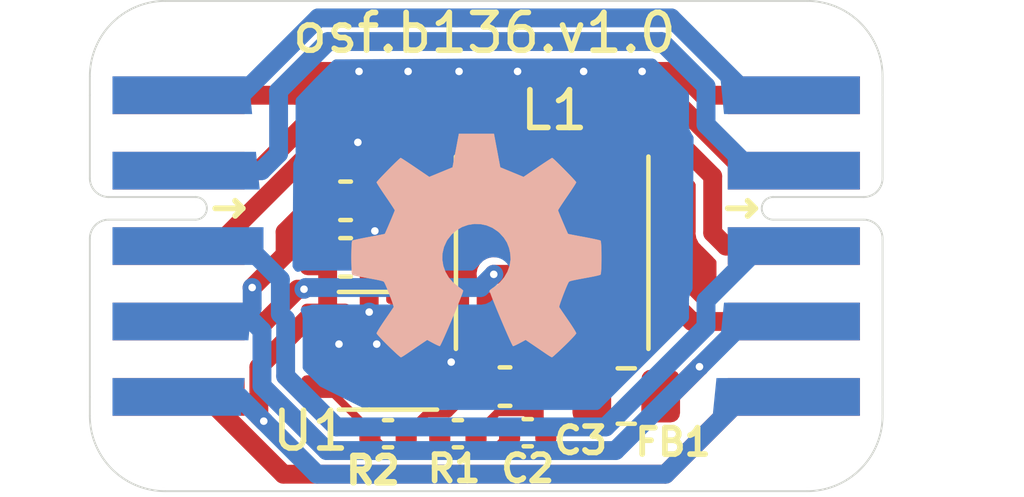
<source format=kicad_pcb>
(kicad_pcb (version 20211014) (generator pcbnew)
  (layers (0 "F.Cu" signal) (31 "B.Cu" signal) (34 "B.Paste" user) (35 "F.Paste" user) (36 "B.SilkS" user "B.Silkscreen") (37 "F.SilkS" user "F.Silkscreen") (38 "B.Mask" user) (39 "F.Mask" user) (44 "Edge.Cuts" user))
  (net 0 "")
  (net 1 "/dcdc_3.3v/in")
  (net 2 "GND")
  (net 3 "Net-(C2-Pad1)")
  (net 4 "Net-(C2-Pad2)")
  (net 5 "/dcdc_3.3v/out")
  (net 6 "Net-(J1-Pad2)")
  (net 7 "Net-(J1-Pad3)")
  (net 8 "Net-(J1-Pad4)")
  (net 9 "Net-(J1-Pad5)")
  (net 10 "Net-(J1-Pad6)")
  (net 11 "Net-(J1-Pad7)")
  (net 12 "Net-(J1-Pad8)")
  (net 13 "/dcdc_3.3v/LX")
  (footprint "Capacitor_SMD:C_0402_1005Metric" (layer "F.Cu") (at 148.45 107.677 180)
    (fp_text reference "R1" (at 0.1 -0.923) (layer "F.SilkS") (effects (font (size 0.7 0.7))))
    (fp_text value "453k")
    (fp_line (start -0.107836 0.36) (end 0.107836 0.36) (layer "F.SilkS") (width 0.12))
    (fp_line (start -0.107836 -0.36) (end 0.107836 -0.36) (layer "F.SilkS") (width 0.12))
    (pad "1" smd roundrect (at -0.48 0 180) (size 0.56 0.62) (layers "F.Cu" "F.Paste" "F.Mask") (net 3 "Net-(C2-Pad1)"))
    (pad "2" smd roundrect (at 0.48 0 180) (size 0.56 0.62) (layers "F.Cu" "F.Paste" "F.Mask") (net 4 "Net-(C2-Pad2)"))
  )
  (footprint "Capacitor_SMD:C_0603_1608Metric" (layer "F.Cu") (at 145.475 103)
    (fp_text reference "C1" (at 1.925 0) (layer "F.SilkS") (effects (font (size 0.7 0.7))))
    (fp_text value "22uF")
    (fp_line (start -0.14058 0.51) (end 0.14058 0.51) (layer "F.SilkS") (width 0.12))
    (fp_line (start -0.14058 -0.51) (end 0.14058 -0.51) (layer "F.SilkS") (width 0.12))
    (pad "1" smd roundrect (at -0.775 0) (size 0.9 0.95) (layers "F.Cu" "F.Paste" "F.Mask") (net 1 "/dcdc_3.3v/in"))
    (pad "2" smd roundrect (at 0.775 0) (size 0.9 0.95) (layers "F.Cu" "F.Paste" "F.Mask") (net 2 "GND"))
  )
  (footprint "on_edge:on_edge_2x05_device" (layer "F.Cu") (at 138.7 102.7 -90)
    (fp_text reference "J1")
    (fp_text value "003_power")
    (fp_line (start -1 -4.05) (end -0.8 -3.85) (layer "F.SilkS") (width 0.153))
    (fp_line (start -1.2 -3.85) (end -1 -4.05) (layer "F.SilkS") (width 0.153))
    (fp_line (start -1 -4.05) (end -1 -3.323) (layer "F.SilkS") (width 0.153))
    (fp_line (start -1.3 -2.8) (end -1.3 -0.5) (layer "Edge.Cuts") (width 0.05))
    (fp_line (start -0.7 -0.5) (end -0.7 -2.8) (layer "Edge.Cuts") (width 0.05))
    (fp_line (start -0.2 0) (end 4 0) (layer "Edge.Cuts") (width 0.05))
    (fp_line (start -4 0) (end -1.8 0) (layer "Edge.Cuts") (width 0.05))
    (fp_arc (start -1.3 -2.8) (mid -1 -3.1) (end -0.7 -2.8) (layer "Edge.Cuts") (width 0.05))
    (fp_arc (start -0.2 0) (mid -0.553553 -0.146447) (end -0.7 -0.5) (layer "Edge.Cuts") (width 0.05))
    (fp_arc (start -1.3 -0.5) (mid -1.446447 -0.146447) (end -1.8 0) (layer "Edge.Cuts") (width 0.05))
    (pad "1" smd rect (at -4 -2.35 90) (size 1 3.5) (layers "F.Cu" "F.Mask") (net 2 "GND"))
    (pad "2" smd rect (at -2 -2.35 270) (size 1 3.5) (layers "F.Cu" "F.Mask") (net 6 "Net-(J1-Pad2)"))
    (pad "3" smd rect (at 0 -2.35 270) (size 1 3.5) (layers "F.Cu" "F.Mask") (net 7 "Net-(J1-Pad3)"))
    (pad "4" smd rect (at 2 -2.35 90) (size 1 3.5) (layers "F.Cu" "F.Mask") (net 8 "Net-(J1-Pad4)"))
    (pad "5" smd rect (at 4 -2.35 90) (size 1 3.5) (layers "F.Cu" "F.Mask") (net 9 "Net-(J1-Pad5)"))
    (pad "6" smd custom (at -4 -2.4 270) (size 1 3.6) (layers "B.Cu" "B.Mask") (net 10 "Net-(J1-Pad6)") (options (clearance outline) (anchor rect)) (primitives (gr_poly (pts (xy 0.5 -1.8) (xy 0.5 -1.9) (xy -0.5 -1.8)) (width 0) (fill yes))))
    (pad "7" smd custom (at -2 -2.1 270) (size 1 3) (layers "B.Cu" "B.Mask") (net 11 "Net-(J1-Pad7)") (options (clearance outline) (anchor rect)) (primitives (gr_poly (pts (xy 0.3 -0.51) (xy 0.31 -0.62) (xy 0.33 -0.7) (xy 0.35 -0.76) (xy 0.37 -0.81) (xy 0.4 -0.86) (xy 0.44 -0.92) (xy 0.48 -0.97) (xy 0.5 -0.99) (xy 0.5 -2.4) (xy -0.5 -2.3) (xy -0.5 1.5) (xy 0.3 1.5)) (width 0) (fill yes))))
    (pad "8" smd rect (at 0 -2.6 270) (size 1 4) (layers "B.Cu" "B.Mask") (net 12 "Net-(J1-Pad8)"))
    (pad "9" smd custom (at 2 -2.4 270) (size 1 3.6) (layers "B.Cu" "B.Mask") (net 5 "/dcdc_3.3v/out") (options (clearance outline) (anchor rect)) (primitives (gr_poly (pts (xy -0.5 -1.8) (xy -0.5 -1.9) (xy 0.5 -1.8)) (width 0) (fill yes))))
    (pad "10" smd custom (at 4 -2.3 270) (size 1 3.4) (layers "B.Cu" "B.Mask") (net 1 "/dcdc_3.3v/in") (options (clearance outline) (anchor rect)) (primitives (gr_poly (pts (xy -0.5 -1.7) (xy -0.5 -1.8) (xy 0.5 -1.7)) (width 0) (fill yes))))
    (zone (net 0) (net_name "") (layers F&B.Cu) (connect_pads (clearance 0)) (min_thickness 0.254)
      (keepout (tracks allowed) (vias not_allowed) (pads allowed) (copperpour not_allowed) (footprints not_allowed))
      (fill (thermal_gap 0.508) (thermal_bridge_width 0.508))
      (polygon (pts (xy 138.7 107.7) (xy 138.7 97.7) (xy 142.7 97.7) (xy 142.7 107.7)))
    )
  )
  (footprint "Package_TO_SOT_SMD:TSOT-23-5" (layer "F.Cu") (at 146.098 105.477 180)
    (fp_text reference "U1" (at 1.548 -2.123) (layer "F.SilkS"))
    (fp_text value "AP3429")
    (fp_line (start 0 1.56) (end 0.8 1.56) (layer "F.SilkS") (width 0.12))
    (fp_line (start 0 1.56) (end -0.8 1.56) (layer "F.SilkS") (width 0.12))
    (fp_line (start 0 -1.56) (end -1.8 -1.56) (layer "F.SilkS") (width 0.12))
    (fp_line (start 0 -1.56) (end 0.8 -1.56) (layer "F.SilkS") (width 0.12))
    (pad "1" smd roundrect (at -1.1375 -0.95 180) (size 1.325 0.6) (layers "F.Cu" "F.Paste" "F.Mask") (net 1 "/dcdc_3.3v/in"))
    (pad "2" smd roundrect (at -1.1375 0 180) (size 1.325 0.6) (layers "F.Cu" "F.Paste" "F.Mask") (net 2 "GND"))
    (pad "3" smd roundrect (at -1.1375 0.95 180) (size 1.325 0.6) (layers "F.Cu" "F.Paste" "F.Mask") (net 13 "/dcdc_3.3v/LX"))
    (pad "4" smd roundrect (at 1.1375 0.95 180) (size 1.325 0.6) (layers "F.Cu" "F.Paste" "F.Mask") (net 1 "/dcdc_3.3v/in"))
    (pad "5" smd roundrect (at 1.1375 -0.95 180) (size 1.325 0.6) (layers "F.Cu" "F.Paste" "F.Mask") (net 4 "Net-(C2-Pad2)"))
  )
  (footprint "Capacitor_SMD:C_0603_1608Metric" (layer "F.Cu") (at 149.698 106.427 180)
    (fp_text reference "C3" (at -2.002 -1.43) (layer "F.SilkS") (effects (font (size 0.7 0.7))))
    (fp_text value "22uF")
    (fp_line (start -0.14058 0.51) (end 0.14058 0.51) (layer "F.SilkS") (width 0.12))
    (fp_line (start -0.14058 -0.51) (end 0.14058 -0.51) (layer "F.SilkS") (width 0.12))
    (pad "1" smd roundrect (at -0.775 0 180) (size 0.9 0.95) (layers "F.Cu" "F.Paste" "F.Mask") (net 3 "Net-(C2-Pad1)"))
    (pad "2" smd roundrect (at 0.775 0 180) (size 0.9 0.95) (layers "F.Cu" "F.Paste" "F.Mask") (net 2 "GND"))
  )
  (footprint "Inductor_SMD:L_Taiyo-Yuden_NR-50xx" (layer "F.Cu") (at 150.948 102.877 90)
    (fp_text reference "L1" (at 3.777 0.052 180) (layer "F.SilkS"))
    (fp_text value "2.2uH")
    (fp_line (start -2.55 2.55) (end 2.55 2.55) (layer "F.SilkS") (width 0.12))
    (fp_line (start -2.55 -2.55) (end 2.55 -2.55) (layer "F.SilkS") (width 0.12))
    (pad "1" smd rect (at -1.8 0 90) (size 1.5 4) (layers "F.Cu" "F.Paste" "F.Mask") (net 3 "Net-(C2-Pad1)"))
    (pad "2" smd rect (at 1.8 0 90) (size 1.5 4) (layers "F.Cu" "F.Paste" "F.Mask") (net 13 "/dcdc_3.3v/LX"))
  )
  (footprint "Resistor_SMD:R_0805_2012Metric" (layer "F.Cu") (at 152.9105 106.677 180)
    (fp_text reference "FB1" (at -1.2395 -1.223) (layer "F.SilkS") (effects (font (size 0.7 0.7))))
    (fp_text value "120R")
    (fp_line (start -0.227064 0.735) (end 0.227064 0.735) (layer "F.SilkS") (width 0.12))
    (fp_line (start -0.227064 -0.735) (end 0.227064 -0.735) (layer "F.SilkS") (width 0.12))
    (pad "1" smd roundrect (at -0.9125 0 180) (size 1.025 1.4) (layers "F.Cu" "F.Paste" "F.Mask") (roundrect_rratio 0.243902) (net 5 "/dcdc_3.3v/out"))
    (pad "2" smd roundrect (at 0.9125 0 180) (size 1.025 1.4) (layers "F.Cu" "F.Paste" "F.Mask") (roundrect_rratio 0.243902) (net 3 "Net-(C2-Pad1)"))
  )
  (footprint "on_edge:on_edge_2x05_host" (layer "F.Cu") (at 159.7 102.7 -90)
    (fp_text reference "J2")
    (fp_text value "003_power")
    (fp_line (start -1 3.373) (end -1.2 3.573) (layer "F.SilkS") (width 0.153))
    (fp_line (start -1 4.1) (end -1 3.373) (layer "F.SilkS") (width 0.153))
    (fp_line (start -0.8 3.573) (end -1 3.373) (layer "F.SilkS") (width 0.153))
    (fp_line (start -0.7 2.9) (end -0.7 0.5) (layer "Edge.Cuts") (width 0.05))
    (fp_line (start -4 0) (end -1.8 0) (layer "Edge.Cuts") (width 0.05))
    (fp_line (start -1.3 0.5) (end -1.3 2.9) (layer "Edge.Cuts") (width 0.05))
    (fp_line (start -0.2 0) (end 4 0) (layer "Edge.Cuts") (width 0.05))
    (fp_arc (start -1.8 0) (mid -1.446447 0.146447) (end -1.3 0.5) (layer "Edge.Cuts") (width 0.05))
    (fp_arc (start -0.7 0.5) (mid -0.553553 0.146447) (end -0.2 0) (layer "Edge.Cuts") (width 0.05))
    (fp_arc (start -0.7 2.9) (mid -1 3.2) (end -1.3 2.9) (layer "Edge.Cuts") (width 0.05))
    (pad "1" smd rect (at -4 2.35 270) (size 1 3.5) (layers "F.Cu" "F.Mask") (net 2 "GND"))
    (pad "2" smd rect (at -2 2.35 270) (size 1 3.5) (layers "F.Cu" "F.Mask") (net 6 "Net-(J1-Pad2)"))
    (pad "3" smd rect (at 0 2.35 270) (size 1 3.5) (layers "F.Cu" "F.Mask") (net 7 "Net-(J1-Pad3)"))
    (pad "4" smd rect (at 2 2.35 270) (size 1 3.5) (layers "F.Cu" "F.Mask") (net 8 "Net-(J1-Pad4)"))
    (pad "5" smd rect (at 4 2.35 270) (size 1 3.5) (layers "F.Cu" "F.Mask") (net 9 "Net-(J1-Pad5)"))
    (pad "6" smd custom (at -4 2.4 90) (size 1 3.6) (layers "B.Cu" "B.Mask") (net 10 "Net-(J1-Pad6)") (options (clearance outline) (anchor rect)) (primitives (gr_poly (pts (xy 0.5 -1.8) (xy -0.5 -1.8) (xy 0.5 -1.9)) (width 0) (fill yes))))
    (pad "7" smd rect (at -2 2.35 90) (size 1 3.5) (layers "B.Cu" "B.Mask") (net 11 "Net-(J1-Pad7)"))
    (pad "8" smd rect (at 0 2.35 90) (size 1 3.5) (layers "B.Cu" "B.Mask") (net 12 "Net-(J1-Pad8)"))
    (pad "9" smd custom (at 2 2.4 90) (size 1 3.6) (layers "B.Cu" "B.Mask") (net 5 "/dcdc_3.3v/out") (options (clearance outline) (anchor rect)) (primitives (gr_poly (pts (xy 0.5 -1.8) (xy -0.5 -1.8) (xy -0.5 -1.9)) (width 0) (fill yes))))
    (pad "10" smd custom (at 4 2.5 90) (size 1 3.8) (layers "B.Cu" "B.Mask") (net 1 "/dcdc_3.3v/in") (options (clearance outline) (anchor rect)) (primitives (gr_poly (pts (xy 0.5 -1.9) (xy -0.5 -1.9) (xy -0.5 -2)) (width 0) (fill yes))))
    (zone (net 0) (net_name "") (layers F&B.Cu) (connect_pads (clearance 0)) (min_thickness 0.254)
      (keepout (tracks allowed) (vias not_allowed) (pads allowed) (copperpour not_allowed) (footprints not_allowed))
      (fill (thermal_gap 0.508) (thermal_bridge_width 0.508))
      (polygon (pts (xy 155.7 107.7) (xy 155.7 97.7) (xy 159.7 97.7) (xy 159.7 107.7)))
    )
  )
  (footprint "Capacitor_SMD:C_0603_1608Metric" (layer "F.Cu") (at 145.475 101.5)
    (fp_text reference "C4" (at 1.925 0) (layer "F.SilkS") (effects (font (size 0.7 0.7))))
    (fp_text value "22uF")
    (fp_line (start -0.14058 0.51) (end 0.14058 0.51) (layer "F.SilkS") (width 0.12))
    (fp_line (start -0.14058 -0.51) (end 0.14058 -0.51) (layer "F.SilkS") (width 0.12))
    (pad "1" smd roundrect (at -0.775 0) (size 0.9 0.95) (layers "F.Cu" "F.Paste" "F.Mask") (net 5 "/dcdc_3.3v/out"))
    (pad "2" smd roundrect (at 0.775 0) (size 0.9 0.95) (layers "F.Cu" "F.Paste" "F.Mask") (net 2 "GND"))
  )
  (footprint "Capacitor_SMD:C_0402_1005Metric" (layer "F.Cu") (at 146.6 107.677 180)
    (fp_text reference "R2" (at 0.4 -0.973) (layer "F.SilkS") (effects (font (size 0.7 0.7) (thickness 0.175))))
    (fp_text value "100k")
    (fp_line (start -0.107836 0.36) (end 0.107836 0.36) (layer "F.SilkS") (width 0.12))
    (fp_line (start -0.107836 -0.36) (end 0.107836 -0.36) (layer "F.SilkS") (width 0.12))
    (pad "1" smd roundrect (at -0.48 0 180) (size 0.56 0.62) (layers "F.Cu" "F.Paste" "F.Mask") (net 2 "GND"))
    (pad "2" smd roundrect (at 0.48 0 180) (size 0.56 0.62) (layers "F.Cu" "F.Paste" "F.Mask") (net 4 "Net-(C2-Pad2)"))
  )
  (footprint "Capacitor_SMD:C_0402_1005Metric" (layer "F.Cu") (at 150.3 107.65 180)
    (fp_text reference "C2" (at 0 -0.95) (layer "F.SilkS") (effects (font (size 0.7 0.7))))
    (fp_text value "22pF")
    (fp_line (start -0.107836 0.36) (end 0.107836 0.36) (layer "F.SilkS") (width 0.12))
    (fp_line (start -0.107836 -0.36) (end 0.107836 -0.36) (layer "F.SilkS") (width 0.12))
    (pad "1" smd roundrect (at -0.48 0 180) (size 0.56 0.62) (layers "F.Cu" "F.Paste" "F.Mask") (net 3 "Net-(C2-Pad1)"))
    (pad "2" smd roundrect (at 0.48 0 180) (size 0.56 0.62) (layers "F.Cu" "F.Paste" "F.Mask") (net 4 "Net-(C2-Pad2)"))
  )
  (footprint "Symbol:OSHW-Symbol_6.7x6mm_SilkScreen" (layer "B.Cu") (at 148.95 102.7 180)
    (fp_text reference "LOGO1" hide)
    (fp_text value "Logo_Open_Hardware_Small" hide)
    (fp_poly (pts (xy 0.555814 2.531069) (xy 0.639635 2.086445) (xy 0.94892 1.958947) (xy 1.258206 1.831449) (xy 1.629246 2.083754) (xy 1.733157 2.154004) (xy 1.827087 2.216728) (xy 1.906652 2.269062) (xy 1.96747 2.308143) (xy 2.005157 2.331107) (xy 2.015421 2.336058) (xy 2.03391 2.323324) (xy 2.07342 2.288118) (xy 2.129522 2.234938) (xy 2.197787 2.168282) (xy 2.273786 2.092646) (xy 2.353092 2.012528) (xy 2.431275 1.932426) (xy 2.503907 1.856836) (xy 2.566559 1.790255) (xy 2.614803 1.737182) (xy 2.64421 1.702113) (xy 2.651241 1.690377) (xy 2.641123 1.66874) (xy 2.612759 1.621338) (xy 2.569129 1.552807) (xy 2.513218 1.467785) (xy 2.448006 1.370907) (xy 2.410219 1.31565) (xy 2.341343 1.214752) (xy 2.28014 1.123701) (xy 2.229578 1.04703) (xy 2.192628 0.989272) (xy 2.172258 0.954957) (xy 2.169197 0.947746) (xy 2.176136 0.927252) (xy 2.195051 0.879487) (xy 2.223087 0.811168) (xy 2.257391 0.729011) (xy 2.295109 0.63973) (xy 2.333387 0.550042) (xy 2.36937 0.466662) (xy 2.400206 0.396306) (xy 2.423039 0.34569) (xy 2.435017 0.321529) (xy 2.435724 0.320578) (xy 2.454531 0.315964) (xy 2.504618 0.305672) (xy 2.580793 0.290713) (xy 2.677865 0.272099) (xy 2.790643 0.250841) (xy 2.856442 0.238582) (xy 2.97695 0.215638) (xy 3.085797 0.193805) (xy 3.177476 0.174278) (xy 3.246481 0.158252) (xy 3.287304 0.146921) (xy 3.295511 0.143326) (xy 3.303548 0.118994) (xy 3.310033 0.064041) (xy 3.31497 -0.015108) (xy 3.318364 -0.112026) (xy 3.320218 -0.220287) (xy 3.320538 -0.333465) (xy 3.319327 -0.445135) (xy 3.31659 -0.548868) (xy 3.312331 -0.638241) (xy 3.306555 -0.706826) (xy 3.299267 -0.748197) (xy 3.294895 -0.75681) (xy 3.268764 -0.767133) (xy 3.213393 -0.781892) (xy 3.136107 -0.799352) (xy 3.04423 -0.81778) (xy 3.012158 -0.823741) (xy 2.857524 -0.852066) (xy 2.735375 -0.874876) (xy 2.641673 -0.89308) (xy 2.572384 -0.907583) (xy 2.523471 -0.919292) (xy 2.490897 -0.929115) (xy 2.470628 -0.937956) (xy 2.458626 -0.946724) (xy 2.456947 -0.948457) (xy 2.440184 -0.976371) (xy 2.414614 -1.030695) (xy 2.382788 -1.104777) (xy 2.34726 -1.191965) (xy 2.310583 -1.285608) (xy 2.275311 -1.379052) (xy 2.243996 -1.465647) (xy 2.219193 -1.53874) (xy 2.203454 -1.591678) (xy 2.199332 -1.617811) (xy 2.199676 -1.618726) (xy 2.213641 -1.640086) (xy 2.245322 -1.687084) (xy 2.291391 -1.754827) (xy 2.348518 -1.838423) (xy 2.413373 -1.932982) (xy 2.431843 -1.959854) (xy 2.497699 -2.057275) (xy 2.55565 -2.146163) (xy 2.602538 -2.221412) (xy 2.635207 -2.27792) (xy 2.6505 -2.310581) (xy 2.651241 -2.314593) (xy 2.638392 -2.335684) (xy 2.602888 -2.377464) (xy 2.549293 -2.435445) (xy 2.482171 -2.505135) (xy 2.406087 -2.582045) (xy 2.325604 -2.661683) (xy 2.245287 -2.739561) (xy 2.169699 -2.811186) (xy 2.103405 -2.87207) (xy 2.050969 -2.917721) (xy 2.016955 -2.94365) (xy 2.007545 -2.947883) (xy 1.985643 -2.937912) (xy 1.9408 -2.91102) (xy 1.880321 -2.871736) (xy 1.833789 -2.840117) (xy 1.749475 -2.782098) (xy 1.649626 -2.713784) (xy 1.549473 -2.645579) (xy 1.495627 -2.609075) (xy 1.313371 -2.4858) (xy 1.160381 -2.56852) (xy 1.090682 -2.604759) (xy 1.031414 -2.632926) (xy 0.991311 -2.648991) (xy 0.981103 -2.651226) (xy 0.968829 -2.634722) (xy 0.944613 -2.588082) (xy 0.910263 -2.515609) (xy 0.867588 -2.421606) (xy 0.818394 -2.310374) (xy 0.76449 -2.186215) (xy 0.707684 -2.053432) (xy 0.649782 -1.916327) (xy 0.592593 -1.779202) (xy 0.537924 -1.646358) (xy 0.487584 -1.522098) (xy 0.44338 -1.410725) (xy 0.407119 -1.316539) (xy 0.380609 -1.243844) (xy 0.365658 -1.196941) (xy 0.363254 -1.180833) (xy 0.382311 -1.160286) (xy 0.424036 -1.126933) (xy 0.479706 -1.087702) (xy 0.484378 -1.084599) (xy 0.628264 -0.969423) (xy 0.744283 -0.835053) (xy 0.83143 -0.685784) (xy 0.888699 -0.525913) (xy 0.915086 -0.359737) (xy 0.909585 -0.191552) (xy 0.87119 -0.025655) (xy 0.798895 0.133658) (xy 0.777626 0.168513) (xy 0.666996 0.309263) (xy 0.536302 0.422286) (xy 0.390064 0.506997) (xy 0.232808 0.562806) (xy 0.069057 0.589126) (xy -0.096667 0.58537) (xy -0.259838 0.55095) (xy -0.415935 0.485277) (xy -0.560433 0.387765) (xy -0.605131 0.348187) (xy -0.718888 0.224297) (xy -0.801782 0.093876) (xy -0.858644 -0.052315) (xy -0.890313 -0.197088) (xy -0.898131 -0.35986) (xy -0.872062 -0.52344) (xy -0.814755 -0.682298) (xy -0.728856 -0.830906) (xy -0.617014 -0.963735) (xy -0.481877 -1.075256) (xy -0.464117 -1.087011) (xy -0.40785 -1.125508) (xy -0.365077 -1.158863) (xy -0.344628 -1.18016) (xy -0.344331 -1.180833) (xy -0.348721 -1.203871) (xy -0.366124 -1.256157) (xy -0.394732 -1.33339) (xy -0.432735 -1.431268) (xy -0.478326 -1.545491) (xy -0.529697 -1.671758) (xy -0.585038 -1.805767) (xy -0.642542 -1.943218) (xy -0.700399 -2.079808) (xy -0.756802 -2.211237) (xy -0.809942 -2.333205) (xy -0.85801 -2.441409) (xy -0.899199 -2.531549) (xy -0.931699 -2.599323) (xy -0.953703 -2.64043) (xy -0.962564 -2.651226) (xy -0.98964 -2.642819) (xy -1.040303 -2.620272) (xy -1.105817 -2.587613) (xy -1.141841 -2.56852) (xy -1.294832 -2.4858) (xy -1.477088 -2.609075) (xy -1.570125 -2.672228) (xy -1.671985 -2.741727) (xy -1.767438 -2.807165) (xy -1.81525 -2.840117) (xy -1.882495 -2.885273) (xy -1.939436 -2.921057) (xy -1.978646 -2.942938) (xy -1.991381 -2.947563) (xy -2.009917 -2.935085) (xy -2.050941 -2.900252) (xy -2.110475 -2.846678) (xy -2.184542 -2.777983) (xy -2.269165 -2.697781) (xy -2.322685 -2.646286) (xy -2.416319 -2.554286) (xy -2.497241 -2.471999) (xy -2.562177 -2.402945) (xy -2.607858 -2.350644) (xy -2.631011 -2.318616) (xy -2.633232 -2.312116) (xy -2.622924 -2.287394) (xy -2.594439 -2.237405) (xy -2.550937 -2.167212) (xy -2.495577 -2.081875) (xy -2.43152 -1.986456) (xy -2.413303 -1.959854) (xy -2.346927 -1.863167) (xy -2.287378 -1.776117) (xy -2.237984 -1.703595) (xy -2.202075 -1.650493) (xy -2.182981 -1.621703) (xy -2.181136 -1.618726) (xy -2.183895 -1.595782) (xy -2.198538 -1.545336) (xy -2.222513 -1.474041) (xy -2.253266 -1.388547) (xy -2.288244 -1.295507) (xy -2.324893 -1.201574) (xy -2.360661 -1.113399) (xy -2.392994 -1.037634) (xy -2.419338 -0.980931) (xy -2.437142 -0.949943) (xy -2.438407 -0.948457) (xy -2.449294 -0.939601) (xy -2.467682 -0.930843) (xy -2.497606 -0.921277) (xy -2.543103 -0.909996) (xy -2.608209 -0.896093) (xy -2.696961 -0.878663) (xy -2.813393 -0.856798) (xy -2.961542 -0.829591) (xy -2.993618 -0.823741) (xy -3.088686 -0.805374) (xy -3.171565 -0.787405) (xy -3.23493 -0.771569) (xy -3.271458 -0.7596) (xy -3.276356 -0.75681) (xy -3.284427 -0.732072) (xy -3.290987 -0.67679) (xy -3.296033 -0.597389) (xy -3.299559 -0.500296) (xy -3.301561 -0.391938) (xy -3.302036 -0.27874) (xy -3.300977 -0.167128) (xy -3.298382 -0.063529) (xy -3.294246 0.025632) (xy -3.288563 0.093928) (xy -3.281331 0.134934) (xy -3.276971 0.143326) (xy -3.252698 0.151792) (xy -3.197426 0.165565) (xy -3.116662 0.18345) (xy -3.015912 0.204252) (xy -2.900683 0.226777) (xy -2.837902 0.238582) (xy -2.718787 0.260849) (xy -2.612565 0.281021) (xy -2.524427 0.298085) (xy -2.459566 0.311031) (xy -2.423174 0.318845) (xy -2.417184 0.320578) (xy -2.407061 0.34011) (xy -2.385662 0.387157) (xy -2.355839 0.454997) (xy -2.320445 0.536909) (xy -2.282332 0.626172) (xy -2.244353 0.716065) (xy -2.20936 0.799865) (xy -2.180206 0.870853) (xy -2.159743 0.922306) (xy -2.150823 0.947503) (xy -2.150657 0.948604) (xy -2.160769 0.968481) (xy -2.189117 1.014223) (xy -2.232723 1.081283) (xy -2.288606 1.165116) (xy -2.353787 1.261174) (xy -2.391679 1.31635) (xy -2.460725 1.417519) (xy -2.52205 1.50937) (xy -2.572663 1.587256) (xy -2.609571 1.646531) (xy -2.629782 1.682549) (xy -2.632701 1.690623) (xy -2.620153 1.709416) (xy -2.585463 1.749543) (xy -2.533063 1.806507) (xy -2.467384 1.875815) (xy -2.392856 1.952969) (xy -2.313913 2.033475) (xy -2.234983 2.112837) (xy -2.1605 2.18656) (xy -2.094894 2.250148) (xy -2.042596 2.299106) (xy -2.008039 2.328939) (xy -1.996478 2.336058) (xy -1.977654 2.326047) (xy -1.932631 2.297922) (xy -1.865787 2.254546) (xy -1.781499 2.198782) (xy -1.684144 2.133494) (xy -1.610707 2.083754) (xy -1.239667 1.831449) (xy -0.621095 2.086445) (xy -0.537275 2.531069) (xy -0.453454 2.975693) (xy 0.471994 2.975693) (xy 0.555814 2.531069)) (layer "B.SilkS") (width 0.01) (fill solid))
  )
  (gr_line (start 138.7 98.2) (end 138.7 98.7) (layer "Edge.Cuts") (width 0.05))
  (gr_line (start 157.7 109.2) (end 140.7 109.2) (layer "Edge.Cuts") (width 0.05))
  (gr_arc (start 138.7 98.2) (mid 139.285786 96.785786) (end 140.7 96.2) (layer "Edge.Cuts") (width 0.05))
  (gr_line (start 138.7 106.7) (end 138.7 107.2) (layer "Edge.Cuts") (width 0.05))
  (gr_line (start 159.7 98.7) (end 159.7 98.2) (layer "Edge.Cuts") (width 0.05))
  (gr_line (start 140.7 96.2) (end 157.7 96.2) (layer "Edge.Cuts") (width 0.05))
  (gr_arc (start 140.7 109.2) (mid 139.285786 108.614214) (end 138.7 107.2) (layer "Edge.Cuts") (width 0.05))
  (gr_line (start 159.7 107.2) (end 159.7 106.7) (layer "Edge.Cuts") (width 0.05))
  (gr_arc (start 157.7 96.2) (mid 159.114214 96.785786) (end 159.7 98.2) (layer "Edge.Cuts") (width 0.05))
  (gr_arc (start 159.7 107.2) (mid 159.114214 108.614214) (end 157.7 109.2) (layer "Edge.Cuts") (width 0.05))
  (gr_text "osf.b136.v1.0" (at 149.15 97.05) (layer "F.SilkS") (effects (font (size 1 1))))
  (segment (start 144.8 104.6875) (end 144.9605 104.527) (width 0.2) (layer "F.Cu") (net 1))
  (segment (start 143.306997 107.343003) (end 143.177 107.213006) (width 0.5) (layer "F.Cu") (net 1))
  (segment (start 147.2355 106.427) (end 146.177 106.427) (width 0.2) (layer "F.Cu") (net 1))
  (segment (start 145 103.3) (end 145 104.4875) (width 0.5) (layer "F.Cu") (net 1))
  (segment (start 145.10242 105.777) (end 144.8 105.47458) (width 0.2) (layer "F.Cu") (net 1))
  (segment (start 144.8 105.47458) (end 144.8 104.6875) (width 0.2) (layer "F.Cu") (net 1))
  (segment (start 144.561288 104.527) (end 144.9605 104.527) (width 0.5) (layer "F.Cu") (net 1))
  (segment (start 143.177 107.213006) (end 143.177 105.911288) (width 0.5) (layer "F.Cu") (net 1))
  (segment (start 143.177 105.911288) (end 144.561288 104.527) (width 0.5) (layer "F.Cu") (net 1))
  (segment (start 145.527 105.777) (end 145.10242 105.777) (width 0.2) (layer "F.Cu") (net 1))
  (segment (start 146.177 106.427) (end 145.527 105.777) (width 0.2) (layer "F.Cu") (net 1))
  (segment (start 145 104.4875) (end 144.9605 104.527) (width 0.5) (layer "F.Cu") (net 1))
  (segment (start 144.7 103) (end 145 103.3) (width 0.5) (layer "F.Cu") (net 1))
  (via (at 143.306997 107.343003) (size 0.5) (drill 0.2) (layers "F.Cu" "B.Cu") (net 1))
  (segment (start 143.306997 107.343003) (end 142.663994 106.7) (width 0.5) (layer "B.Cu") (net 1))
  (segment (start 156 106.7) (end 157.2 106.7) (width 0.5) (layer "B.Cu") (net 1))
  (segment (start 144.713994 108.75) (end 153.95 108.75) (width 0.5) (layer "B.Cu") (net 1))
  (segment (start 153.95 108.75) (end 156 106.7) (width 0.5) (layer "B.Cu") (net 1))
  (segment (start 142.663994 106.7) (end 141 106.7) (width 0.5) (layer "B.Cu") (net 1))
  (segment (start 143.306997 107.343003) (end 144.713994 108.75) (width 0.5) (layer "B.Cu") (net 1))
  (segment (start 148.481 98.069) (end 147.131 98.069) (width 0.5) (layer "F.Cu") (net 2))
  (segment (start 154.319 98.069) (end 153.331 98.069) (width 0.5) (layer "F.Cu") (net 2))
  (segment (start 146.25 100.4) (end 145.8 99.95) (width 0.5) (layer "F.Cu") (net 2))
  (segment (start 147.08 107.677) (end 147.617 107.14) (width 0.2) (layer "F.Cu") (net 2))
  (segment (start 145.831 98.069) (end 144.781 98.069) (width 0.5) (layer "F.Cu") (net 2))
  (segment (start 146.3 105.3) (end 145.3 105.3) (width 0.5) (layer "F.Cu") (net 2))
  (segment (start 147.617 107.14) (end 148.21 107.14) (width 0.2) (layer "F.Cu") (net 2))
  (segment (start 147.973 105.477) (end 148.273 105.777) (width 0.5) (layer "F.Cu") (net 2))
  (segment (start 144.781 98.069) (end 144.15 98.7) (width 0.5) (layer "F.Cu") (net 2))
  (segment (start 146.581709 105.477) (end 147.2355 105.477) (width 0.5) (layer "F.Cu") (net 2))
  (segment (start 146.1 104.45) (end 146.1 104.995291) (width 0.5) (layer "F.Cu") (net 2))
  (segment (start 148.273 105.777) (end 148.923 106.427) (width 0.5) (layer "F.Cu") (net 2))
  (segment (start 144.15 98.7) (end 141.05 98.7) (width 0.5) (layer "F.Cu") (net 2))
  (segment (start 146.1 104.45) (end 146.1 103.15) (width 0.5) (layer "F.Cu") (net 2))
  (segment (start 153.331 98.069) (end 151.781 98.069) (width 0.5) (layer "F.Cu") (net 2))
  (segment (start 147.131 98.069) (end 145.831 98.069) (width 0.5) (layer "F.Cu") (net 2))
  (segment (start 146.477 105.477) (end 147.2355 105.477) (width 0.5) (layer "F.Cu") (net 2))
  (segment (start 148.21 107.14) (end 148.923 106.427) (width 0.2) (layer "F.Cu") (net 2))
  (segment (start 146.1 103.15) (end 146.25 103) (width 0.5) (layer "F.Cu") (net 2))
  (segment (start 146.25 102.3) (end 146.25 100.4) (width 0.5) (layer "F.Cu") (net 2))
  (segment (start 146.25 103) (end 146.25 102.3) (width 0.5) (layer "F.Cu") (net 2))
  (segment (start 151.781 98.069) (end 150.031 98.069) (width 0.5) (layer "F.Cu") (net 2))
  (segment (start 147.2355 105.477) (end 147.973 105.477) (width 0.5) (layer "F.Cu") (net 2))
  (segment (start 146.1 104.995291) (end 146.581709 105.477) (width 0.5) (layer "F.Cu") (net 2))
  (segment (start 150.031 98.069) (end 148.481 98.069) (width 0.5) (layer "F.Cu") (net 2))
  (segment (start 157.35 98.7) (end 154.95 98.7) (width 0.5) (layer "F.Cu") (net 2))
  (segment (start 154.95 98.7) (end 154.319 98.069) (width 0.5) (layer "F.Cu") (net 2))
  (segment (start 146.3 105.3) (end 146.477 105.477) (width 0.5) (layer "F.Cu") (net 2))
  (via (at 147.131 98.069) (size 0.5) (drill 0.2) (layers "F.Cu" "B.Cu") (net 2))
  (via (at 145.831 98.069) (size 0.5) (drill 0.2) (layers "F.Cu" "B.Cu") (net 2))
  (via (at 151.781 98.069) (size 0.5) (drill 0.2) (layers "F.Cu" "B.Cu") (net 2))
  (via (at 145.3 105.3) (size 0.5) (drill 0.2) (layers "F.Cu" "B.Cu") (net 2))
  (via (at 146.3 105.3) (size 0.5) (drill 0.2) (layers "F.Cu" "B.Cu") (net 2))
  (via (at 148.481 98.069) (size 0.5) (drill 0.2) (layers "F.Cu" "B.Cu") (net 2))
  (via (at 150.031 98.069) (size 0.5) (drill 0.2) (layers "F.Cu" "B.Cu") (net 2))
  (via (at 148.273 105.777) (size 0.5) (drill 0.2) (layers "F.Cu" "B.Cu") (net 2))
  (via (at 146.1 104.45) (size 0.5) (drill 0.2) (layers "F.Cu" "B.Cu") (net 2))
  (via (at 153.331 98.069) (size 0.5) (drill 0.2) (layers "F.Cu" "B.Cu") (net 2))
  (via (at 146.25 102.3) (size 0.5) (drill 0.2) (layers "F.Cu" "B.Cu") (net 2))
  (via (at 145.8 99.95) (size 0.5) (drill 0.2) (layers "F.Cu" "B.Cu") (net 2))
  (segment (start 145.8 99.95) (end 145.8 98.1) (width 0.5) (layer "B.Cu") (net 2))
  (segment (start 145.8 98.1) (end 145.831 98.069) (width 0.5) (layer "B.Cu") (net 2))
  (segment (start 150.723 106.677) (end 150.473 106.427) (width 0.5) (layer "F.Cu") (net 3))
  (segment (start 150.473 106.427) (end 150.473 105.152) (width 1) (layer "F.Cu") (net 3))
  (segment (start 150.243 107.113) (end 150.473 107.343) (width 0.2) (layer "F.Cu") (net 3))
  (segment (start 150.473 107.343) (end 150.78 107.65) (width 0.5) (layer "F.Cu") (net 3))
  (segment (start 150.473 106.427) (end 150.473 107.343) (width 0.5) (layer "F.Cu") (net 3))
  (segment (start 151.998 106.677) (end 150.723 106.677) (width 0.5) (layer "F.Cu") (net 3))
  (segment (start 148.93 107.677) (end 149.494 107.113) (width 0.2) (layer "F.Cu") (net 3))
  (segment (start 150.473 105.152) (end 150.948 104.677) (width 1) (layer "F.Cu") (net 3))
  (segment (start 149.494 107.113) (end 150.243 107.113) (width 0.2) (layer "F.Cu") (net 3))
  (segment (start 146.657 108.214) (end 146.12 107.677) (width 0.2) (layer "F.Cu") (net 4))
  (segment (start 149.82 107.68) (end 149.5 108) (width 0.2) (layer "F.Cu") (net 4))
  (segment (start 149.236 108.214) (end 147.964 108.214) (width 0.2) (layer "F.Cu") (net 4))
  (segment (start 149.45 108) (end 149.236 108.214) (width 0.2) (layer "F.Cu") (net 4))
  (segment (start 146.12 107.677) (end 146.12 107.5865) (width 0.2) (layer "F.Cu") (net 4))
  (segment (start 149.5 108) (end 149.45 108) (width 0.2) (layer "F.Cu") (net 4))
  (segment (start 149.82 107.65) (end 149.82 107.68) (width 0.2) (layer "F.Cu") (net 4))
  (segment (start 147.964 108.214) (end 146.657 108.214) (width 0.2) (layer "F.Cu") (net 4))
  (segment (start 146.12 107.5865) (end 144.9605 106.427) (width 0.2) (layer "F.Cu") (net 4))
  (segment (start 147.97 108.208) (end 147.964 108.214) (width 0.2) (layer "F.Cu") (net 4))
  (segment (start 147.97 107.677) (end 147.97 108.208) (width 0.2) (layer "F.Cu") (net 4))
  (segment (start 154.073 106.677) (end 154.85 105.9) (width 0.5) (layer "F.Cu") (net 5))
  (segment (start 143 103.8) (end 143.873 102.927) (width 0.5) (layer "F.Cu") (net 5))
  (segment (start 143.873 102.327) (end 144.7 101.5) (width 0.5) (layer "F.Cu") (net 5))
  (segment (start 153.823 106.677) (end 154.073 106.677) (width 0.5) (layer "F.Cu") (net 5))
  (segment (start 143.873 102.927) (end 143.873 102.327) (width 0.5) (layer "F.Cu") (net 5))
  (via (at 154.85 105.9) (size 0.5) (drill 0.2) (layers "F.Cu" "B.Cu") (net 5))
  (via (at 143 103.8) (size 0.5) (drill 0.2) (layers "F.Cu" "B.Cu") (net 5))
  (segment (start 154.85 105.9) (end 152.627 108.123) (width 0.5) (layer "B.Cu") (net 5))
  (segment (start 154.85 105.9) (end 156.05 104.7) (width 0.5) (layer "B.Cu") (net 5))
  (segment (start 143 103.8) (end 143 104.35) (width 0.5) (layer "B.Cu") (net 5))
  (segment (start 156.05 104.7) (end 157.3 104.7) (width 0.5) (layer "B.Cu") (net 5))
  (segment (start 143.259785 104.942497) (end 143.017288 104.7) (width 0.5) (layer "B.Cu") (net 5))
  (segment (start 144.973 108.123) (end 143.259785 106.409785) (width 0.5) (layer "B.Cu") (net 5))
  (segment (start 143 104.35) (end 142.65 104.7) (width 0.5) (layer "B.Cu") (net 5))
  (segment (start 143.259785 106.409785) (end 143.259785 104.942497) (width 0.5) (layer "B.Cu") (net 5))
  (segment (start 143.017288 104.7) (end 141.1 104.7) (width 0.5) (layer "B.Cu") (net 5))
  (segment (start 142.65 104.7) (end 141.1 104.7) (width 0.5) (layer "B.Cu") (net 5))
  (segment (start 152.627 108.123) (end 144.973 108.123) (width 0.5) (layer "B.Cu") (net 5))
  (segment (start 145.171288 98.696) (end 154.046 98.696) (width 0.5) (layer "F.Cu") (net 6))
  (segment (start 156.05 100.7) (end 157.35 100.7) (width 0.5) (layer "F.Cu") (net 6))
  (segment (start 154.046 98.696) (end 156.05 100.7) (width 0.5) (layer "F.Cu") (net 6))
  (segment (start 143.167288 100.7) (end 145.171288 98.696) (width 0.5) (layer "F.Cu") (net 6))
  (segment (start 141.05 100.7) (end 143.167288 100.7) (width 0.5) (layer "F.Cu") (net 6))
  (segment (start 155.2 100.85) (end 155.2 102.35) (width 0.5) (layer "F.Cu") (net 7))
  (segment (start 155.2 102.35) (end 155.55 102.7) (width 0.5) (layer "F.Cu") (net 7))
  (segment (start 142.054 102.7) (end 145.431 99.323) (width 0.5) (layer "F.Cu") (net 7))
  (segment (start 155.55 102.7) (end 157.35 102.7) (width 0.5) (layer "F.Cu") (net 7))
  (segment (start 145.431 99.323) (end 153.673 99.323) (width 0.5) (layer "F.Cu") (net 7))
  (segment (start 141.05 102.7) (end 142.054 102.7) (width 0.5) (layer "F.Cu") (net 7))
  (segment (start 153.673 99.323) (end 155.2 100.85) (width 0.5) (layer "F.Cu") (net 7))
  (segment (start 149.4 103.45) (end 153.4 103.45) (width 0.5) (layer "F.Cu") (net 8))
  (segment (start 143.35 104.7) (end 141.05 104.7) (width 0.5) (layer "F.Cu") (net 8))
  (segment (start 144.3735 103.844846) (end 144.205154 103.844846) (width 0.5) (layer "F.Cu") (net 8))
  (segment (start 154.65 104.7) (end 157.35 104.7) (width 0.5) (layer "F.Cu") (net 8))
  (segment (start 144.205154 103.844846) (end 143.35 104.7) (width 0.5) (layer "F.Cu") (net 8))
  (segment (start 153.4 103.45) (end 154.65 104.7) (width 0.5) (layer "F.Cu") (net 8))
  (via (at 144.3735 103.844846) (size 0.5) (drill 0.2) (layers "F.Cu" "B.Cu") (net 8))
  (via (at 149.4 103.45) (size 0.5) (drill 0.2) (layers "F.Cu" "B.Cu") (net 8))
  (segment (start 149.4 103.45) (end 149.05 103.8) (width 0.5) (layer "B.Cu") (net 8))
  (segment (start 144.418346 103.8) (end 144.3735 103.844846) (width 0.5) (layer "B.Cu") (net 8))
  (segment (start 149.05 103.8) (end 144.418346 103.8) (width 0.5) (layer "B.Cu") (net 8))
  (segment (start 156 106.7) (end 157.35 106.7) (width 0.5) (layer "F.Cu") (net 9))
  (segment (start 143.827282 108.75) (end 153.95 108.75) (width 0.5) (layer "F.Cu") (net 9))
  (segment (start 153.95 108.75) (end 156 106.7) (width 0.5) (layer "F.Cu") (net 9))
  (segment (start 141.777282 106.7) (end 143.827282 108.75) (width 0.5) (layer "F.Cu") (net 9))
  (segment (start 141.05 106.7) (end 141.777282 106.7) (width 0.5) (layer "F.Cu") (net 9))
  (segment (start 156.15 98.7) (end 157.3 98.7) (width 0.5) (layer "B.Cu") (net 10))
  (segment (start 148.4 96.65) (end 154.1 96.65) (width 0.5) (layer "B.Cu") (net 10))
  (segment (start 141.1 98.7) (end 142.7 98.7) (width 0.5) (layer "B.Cu") (net 10))
  (segment (start 154.1 96.65) (end 156.15 98.7) (width 0.5) (layer "B.Cu") (net 10))
  (segment (start 142.7 98.7) (end 144.75 96.65) (width 0.5) (layer "B.Cu") (net 10))
  (segment (start 144.75 96.65) (end 148.4 96.65) (width 0.5) (layer "B.Cu") (net 10))
  (segment (start 156.246 100.7) (end 157.35 100.7) (width 0.5) (layer "B.Cu") (net 11))
  (segment (start 155.023 99.477) (end 156.246 100.7) (width 0.5) (layer "B.Cu") (net 11))
  (segment (start 140.8 100.7) (end 143.25 100.7) (width 0.5) (layer "B.Cu") (net 11))
  (segment (start 155.023 98.459712) (end 155.023 99.477) (width 0.5) (layer "B.Cu") (net 11))
  (segment (start 143.7 100.25) (end 143.7 98.586712) (width 0.5) (layer "B.Cu") (net 11))
  (segment (start 143.25 100.7) (end 143.7 100.25) (width 0.5) (layer "B.Cu") (net 11))
  (segment (start 143.7 98.586712) (end 145.009712 97.277) (width 0.5) (layer "B.Cu") (net 11))
  (segment (start 153.840288 97.277) (end 155.023 98.459712) (width 0.5) (layer "B.Cu") (net 11))
  (segment (start 145.009712 97.277) (end 153.840288 97.277) (width 0.5) (layer "B.Cu") (net 11))
  (segment (start 143.886785 104.636785) (end 143.886785 106.150073) (width 0.5) (layer "B.Cu") (net 12))
  (segment (start 145.232712 107.496) (end 152.367288 107.496) (width 0.5) (layer "B.Cu") (net 12))
  (segment (start 143.7465 103.585134) (end 143.7465 104.4965) (width 0.5) (layer "B.Cu") (net 12))
  (segment (start 155.023 104.143842) (end 156.466842 102.7) (width 0.5) (layer "B.Cu") (net 12))
  (segment (start 141.3 102.7) (end 142.861366 102.7) (width 0.5) (layer "B.Cu") (net 12))
  (segment (start 142.861366 102.7) (end 143.7465 103.585134) (width 0.5) (layer "B.Cu") (net 12))
  (segment (start 143.7465 104.4965) (end 143.886785 104.636785) (width 0.5) (layer "B.Cu") (net 12))
  (segment (start 156.466842 102.7) (end 157.35 102.7) (width 0.5) (layer "B.Cu") (net 12))
  (segment (start 155.023 104.840288) (end 155.023 104.143842) (width 0.5) (layer "B.Cu") (net 12))
  (segment (start 143.886785 106.150073) (end 145.232712 107.496) (width 0.5) (layer "B.Cu") (net 12))
  (segment (start 152.367288 107.496) (end 155.023 104.840288) (width 0.5) (layer "B.Cu") (net 12))
  (segment (start 147.448 104.1375) (end 147.2355 104.35) (width 1) (layer "F.Cu") (net 13))
  (segment (start 149.198 101.077) (end 147.448 102.827) (width 1) (layer "F.Cu") (net 13))
  (segment (start 150.948 101.077) (end 149.198 101.077) (width 1) (layer "F.Cu") (net 13))
  (segment (start 147.448 102.827) (end 147.448 104.1375) (width 1) (layer "F.Cu") (net 13))
  (zone (net 13) (net_name "/dcdc_3.3v/LX") (layer "F.Cu") (connect_pads (clearance 0.2)) (min_thickness 0.2) (fill yes (thermal_gap 0) (thermal_bridge_width 0.5))
    (polygon (pts (xy 155.3 99.9) (xy 155.3 105.1) (xy 146.15 105.1) (xy 146.1 99.35) (xy 153.75 99.3)))
  )
  (zone (net 2) (net_name "GND") (layer "B.Cu") (connect_pads (clearance 0.2)) (min_thickness 0.2) (fill yes (thermal_gap 0.508) (thermal_bridge_width 0.508))
    (polygon (pts (xy 154.7 98.75) (xy 154.65 106.8) (xy 153.8 107.45) (xy 146.95 107.5) (xy 144.05 106.05) (xy 144.1 98.85) (xy 145.15 97.75) (xy 153.65 97.7)))
  )
)
</source>
